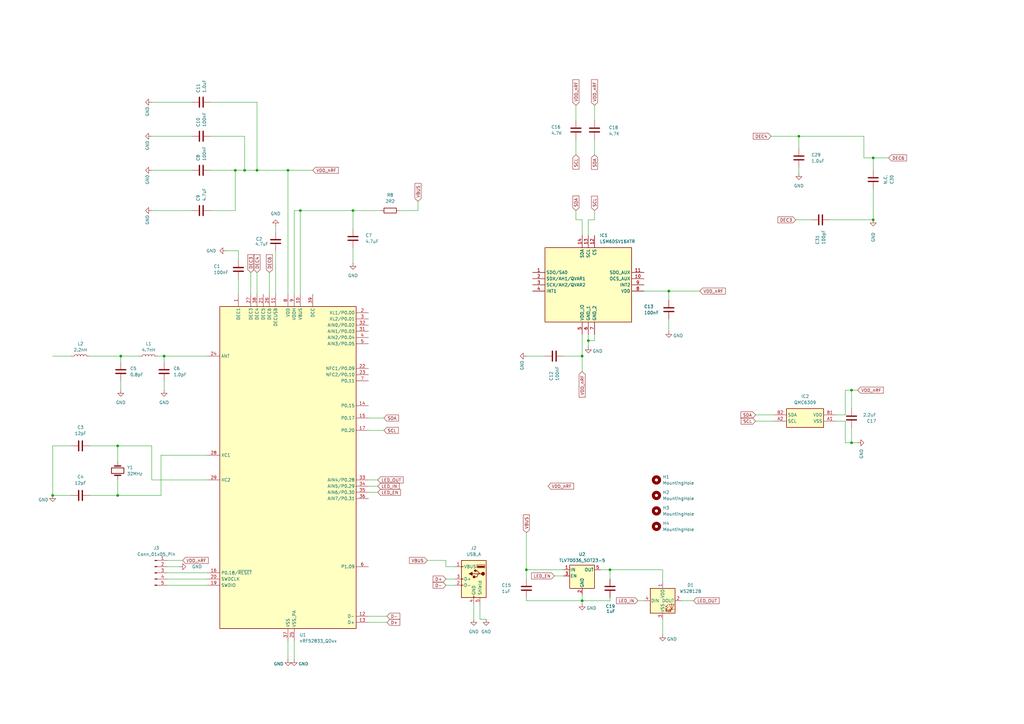
<source format=kicad_sch>
(kicad_sch (version 20250114) (generator "eeschema") (generator_version "9.0")
  (paper "A3")
  (title_block (title "Locus") (date "2026-01-08") (rev "EV1") (company "Primis"))
  (lib_symbols
    (symbol "Connector:Conn_01x05_Pin" (pin_names (offset 1.016) (hide yes))
      (property "Reference" "J" (at 0 7.62 0))
      (property "Value" "Conn_01x05_Pin" (at 0 -7.62 0))
      (symbol "Conn_01x05_Pin_1_1"
        (rectangle (start 0.8636 5.207) (end 0 4.953) (stroke (width 0.1524)) (fill (type outline)))
        (rectangle (start 0.8636 2.667) (end 0 2.413) (stroke (width 0.1524)) (fill (type outline)))
        (rectangle (start 0.8636 0.127) (end 0 -0.127) (stroke (width 0.1524)) (fill (type outline)))
        (rectangle (start 0.8636 -2.413) (end 0 -2.667) (stroke (width 0.1524)) (fill (type outline)))
        (rectangle (start 0.8636 -4.953) (end 0 -5.207) (stroke (width 0.1524)) (fill (type outline)))
        (polyline (pts (xy 1.27 5.08) (xy 0.8636 5.08)) (stroke (width 0.1524)))
        (polyline (pts (xy 1.27 2.54) (xy 0.8636 2.54)) (stroke (width 0.1524)))
        (polyline (pts (xy 1.27 0) (xy 0.8636 0)) (stroke (width 0.1524)))
        (polyline (pts (xy 1.27 -2.54) (xy 0.8636 -2.54)) (stroke (width 0.1524)))
        (polyline (pts (xy 1.27 -5.08) (xy 0.8636 -5.08)) (stroke (width 0.1524)))
        (pin passive line (at 5.08 5.08 180) (length 3.81) (name "Pin_1") (number "1"))
        (pin passive line (at 5.08 2.54 180) (length 3.81) (name "Pin_2") (number "2"))
        (pin passive line (at 5.08 0 180) (length 3.81) (name "Pin_3") (number "3"))
        (pin passive line (at 5.08 -2.54 180) (length 3.81) (name "Pin_4") (number "4"))
        (pin passive line (at 5.08 -5.08 180) (length 3.81) (name "Pin_5") (number "5"))
      )
    )
    (symbol "Connector:USB_A" (pin_names (offset 1.016))
      (property "Reference" "J" (at -5.08 11.43 0))
      (property "Value" "USB_A" (at -5.08 8.89 0))
      (symbol "USB_A_0_1"
        (rectangle (start -5.08 -7.62) (end 5.08 7.62) (stroke (width 0.254)) (fill (type background)))
        (circle (center -3.81 2.159) (radius 0.635) (stroke (width 0.254)) (fill (type outline)))
        (polyline (pts (xy -3.175 2.159) (xy -2.54 2.159) (xy -1.27 3.429) (xy -0.635 3.429)) (stroke (width 0.254)))
        (polyline (pts (xy -2.54 2.159) (xy -1.905 2.159) (xy -1.27 0.889) (xy 0 0.889)) (stroke (width 0.254)))
        (rectangle (start -1.524 4.826) (end -4.318 5.334) (fill (type outline)))
        (rectangle (start -1.27 4.572) (end -4.572 5.842))
        (circle (center -0.635 3.429) (radius 0.381) (stroke (width 0.254)) (fill (type outline)))
        (rectangle (start -0.127 -7.62) (end 0.127 -6.858))
        (rectangle (start 0.254 1.27) (end -0.508 0.508) (stroke (width 0.254)) (fill (type outline)))
        (polyline (pts (xy 0.635 2.794) (xy 0.635 1.524) (xy 1.905 2.159) (xy 0.635 2.794)) (stroke (width 0.254)) (fill (type outline)))
        (rectangle (start 5.08 4.953) (end 4.318 5.207))
        (rectangle (start 5.08 -0.127) (end 4.318 0.127))
        (rectangle (start 5.08 -2.667) (end 4.318 -2.413))
      )
      (symbol "USB_A_1_1"
        (polyline (pts (xy -1.905 2.159) (xy 0.635 2.159)) (stroke (width 0.254)))
        (pin passive line (at -2.54 -10.16 90) (length 2.54) (name "Shield") (number "5"))
        (pin power_in line (at 0 -10.16 90) (length 2.54) (name "GND") (number "4"))
        (pin power_in line (at 7.62 5.08 180) (length 2.54) (name "VBUS") (number "1"))
        (pin bidirectional line (at 7.62 0 180) (length 2.54) (name "D+") (number "3"))
        (pin bidirectional line (at 7.62 -2.54 180) (length 2.54) (name "D-") (number "2"))
      )
    )
    (symbol "Device:C" (pin_numbers (hide yes)) (pin_names (offset 0.254))
      (property "Reference" "C" (at 0.635 2.54 0))
      (property "Value" "C" (at 0.635 -2.54 0))
      (symbol "C_0_1"
        (polyline (pts (xy -2.032 0.762) (xy 2.032 0.762)) (stroke (width 0.508)))
        (polyline (pts (xy -2.032 -0.762) (xy 2.032 -0.762)) (stroke (width 0.508)))
      )
      (symbol "C_1_1"
        (pin passive line (at 0 3.81 270) (length 2.794) (name "~") (number "1"))
        (pin passive line (at 0 -3.81 90) (length 2.794) (name "~") (number "2"))
      )
    )
    (symbol "Device:Crystal" (pin_numbers (hide yes)) (pin_names (offset 1.016) (hide yes))
      (property "Reference" "Y" (at 0 3.81 0))
      (property "Value" "Crystal" (at 0 -3.81 0))
      (symbol "Crystal_0_1"
        (polyline (pts (xy -2.54 0) (xy -1.905 0)))
        (polyline (pts (xy -1.905 -1.27) (xy -1.905 1.27)) (stroke (width 0.508)))
        (rectangle (start -1.143 2.54) (end 1.143 -2.54) (stroke (width 0.3048)))
        (polyline (pts (xy 1.905 -1.27) (xy 1.905 1.27)) (stroke (width 0.508)))
        (polyline (pts (xy 2.54 0) (xy 1.905 0)))
      )
      (symbol "Crystal_1_1"
        (pin passive line (at -3.81 0 0) (length 1.27) (name "1") (number "1"))
        (pin passive line (at 3.81 0 180) (length 1.27) (name "2") (number "2"))
      )
    )
    (symbol "Device:L" (pin_numbers (hide yes)) (pin_names (offset 1.016) (hide yes))
      (property "Reference" "L" (at -1.27 0 90))
      (property "Value" "L" (at 1.905 0 90))
      (symbol "L_0_1"
        (arc (start 0 2.54) (mid 0.6323 1.905) (end 0 1.27))
        (arc (start 0 1.27) (mid 0.6323 0.635) (end 0 0))
        (arc (start 0 0) (mid 0.6323 -0.635) (end 0 -1.27))
        (arc (start 0 -1.27) (mid 0.6323 -1.905) (end 0 -2.54))
      )
      (symbol "L_1_1"
        (pin passive line (at 0 3.81 270) (length 1.27) (name "1") (number "1"))
        (pin passive line (at 0 -3.81 90) (length 1.27) (name "2") (number "2"))
      )
    )
    (symbol "Device:R" (pin_numbers (hide yes)) (pin_names (offset 0))
      (property "Reference" "R" (at 2.032 0 90))
      (property "Value" "R" (at 0 0 90))
      (symbol "R_0_1"
        (rectangle (start -1.016 -2.54) (end 1.016 2.54) (stroke (width 0.254)))
      )
      (symbol "R_1_1"
        (pin passive line (at 0 3.81 270) (length 1.27) (name "~") (number "1"))
        (pin passive line (at 0 -3.81 90) (length 1.27) (name "~") (number "2"))
      )
    )
    (symbol "LED:WS2812B" (pin_names (offset 0.254))
      (property "Reference" "D" (at 5.08 5.715 0))
      (property "Value" "WS2812B" (at 1.27 -5.715 0))
      (symbol "WS2812B_0_0"
        (text "RGB" (at 2.286 -4.191 0) (effects (font (size 0.762 0.762))))
      )
      (symbol "WS2812B_0_1"
        (polyline (pts (xy 1.27 -2.54) (xy 1.778 -2.54)))
        (polyline (pts (xy 1.27 -3.556) (xy 1.778 -3.556)))
        (polyline (pts (xy 2.286 -1.524) (xy 1.27 -2.54) (xy 1.27 -2.032)))
        (polyline (pts (xy 2.286 -2.54) (xy 1.27 -3.556) (xy 1.27 -3.048)))
        (polyline (pts (xy 3.683 -1.016) (xy 3.683 -3.556) (xy 3.683 -4.064)))
        (polyline (pts (xy 4.699 -1.524) (xy 2.667 -1.524) (xy 3.683 -3.556) (xy 4.699 -1.524)))
        (polyline (pts (xy 4.699 -3.556) (xy 2.667 -3.556)))
        (rectangle (start 5.08 5.08) (end -5.08 -5.08) (stroke (width 0.254)) (fill (type background)))
      )
      (symbol "WS2812B_1_1"
        (pin input line (at -7.62 0 0) (length 2.54) (name "DIN") (number "4"))
        (pin power_in line (at 0 7.62 270) (length 2.54) (name "VDD") (number "1"))
        (pin power_in line (at 0 -7.62 90) (length 2.54) (name "VSS") (number "3"))
        (pin output line (at 7.62 0 180) (length 2.54) (name "DOUT") (number "2"))
      )
    )
    (symbol "LSM6DSV16XTR:LSM6DSV16XTR"
      (property "Reference" "IC" (at 41.91 15.24 0))
      (property "Value" "LSM6DSV16XTR" (at 41.91 12.7 0))
      (symbol "LSM6DSV16XTR_1_1"
        (rectangle (start 5.08 10.16) (end 40.64 -20.32) (stroke (width 0.254)) (fill (type background)))
        (pin passive line (at 0 0 0) (length 5.08) (name "SDO/SA0") (number "1"))
        (pin passive line (at 0 -2.54 0) (length 5.08) (name "SDX/AH1/QVAR1") (number "2"))
        (pin passive line (at 0 -5.08 0) (length 5.08) (name "SCX/AH2/QVAR2") (number "3"))
        (pin passive line (at 0 -7.62 0) (length 5.08) (name "INT1") (number "4"))
        (pin passive line (at 20.32 15.24 270) (length 5.08) (name "SDA") (number "14"))
        (pin passive line (at 20.32 -25.4 90) (length 5.08) (name "VDD_IO") (number "5"))
        (pin passive line (at 22.86 15.24 270) (length 5.08) (name "SCL") (number "13"))
        (pin passive line (at 22.86 -25.4 90) (length 5.08) (name "GND_1") (number "6"))
        (pin passive line (at 25.4 15.24 270) (length 5.08) (name "CS") (number "12"))
        (pin passive line (at 25.4 -25.4 90) (length 5.08) (name "GND_2") (number "7"))
        (pin passive line (at 45.72 0 180) (length 5.08) (name "SDO_AUX") (number "11"))
        (pin passive line (at 45.72 -2.54 180) (length 5.08) (name "OCS_AUX") (number "10"))
        (pin passive line (at 45.72 -5.08 180) (length 5.08) (name "INT2") (number "9"))
        (pin passive line (at 45.72 -7.62 180) (length 5.08) (name "VDD") (number "8"))
      )
    )
    (symbol "MCU_Nordic:nRF52833_QDxx"
      (property "Reference" "U" (at 0 5.08 0))
      (property "Value" "nRF52833_QDxx" (at 0 2.54 0))
      (symbol "nRF52833_QDxx_0_1"
        (rectangle (start -27.94 66.04) (end 27.94 -66.04) (stroke (width 0.254)) (fill (type background)))
      )
      (symbol "nRF52833_QDxx_1_1"
        (pin passive line (at -33.02 45.72 0) (length 5.08) (name "ANT") (number "24"))
        (pin input line (at -33.02 5.08 0) (length 5.08) (name "XC1") (number "28"))
        (pin input line (at -33.02 -5.08 0) (length 5.08) (name "XC2") (number "29"))
        (pin bidirectional line (at -33.02 -43.18 0) (length 5.08) (name "P0.18/~{RESET}") (number "16"))
        (pin input line (at -33.02 -45.72 0) (length 5.08) (name "SWDCLK") (number "20"))
        (pin bidirectional line (at -33.02 -48.26 0) (length 5.08) (name "SWDIO") (number "19"))
        (pin passive line (at -20.32 71.12 270) (length 5.08) (name "DEC1") (number "1"))
        (pin passive line (at -15.24 71.12 270) (length 5.08) (name "DEC3") (number "27"))
        (pin passive line (at -12.7 71.12 270) (length 5.08) (name "DEC4") (number "38"))
        (pin passive line (at -10.16 71.12 270) (length 5.08) (name "DEC5") (number "21"))
        (pin passive line (at -7.62 71.12 270) (length 5.08) (name "DEC6") (number "26"))
        (pin passive line (at -5.08 71.12 270) (length 5.08) (name "DECUSB") (number "11"))
        (pin passive line (at 0 71.12 270) (length 5.08) (hide yes) (name "VDD") (number "18"))
        (pin passive line (at 0 71.12 270) (length 5.08) (hide yes) (name "VDD") (number "30"))
        (pin passive line (at 0 71.12 270) (length 5.08) (hide yes) (name "VDD") (number "40"))
        (pin power_in line (at 0 71.12 270) (length 5.08) (name "VDD") (number "8"))
        (pin power_in line (at 0 -71.12 90) (length 5.08) (name "VSS") (number "37"))
        (pin passive line (at 0 -71.12 90) (length 5.08) (hide yes) (name "VSS") (number "41"))
        (pin power_in line (at 2.54 71.12 270) (length 5.08) (name "VDDH") (number "9"))
        (pin power_in line (at 2.54 -71.12 90) (length 5.08) (name "VSS_PA") (number "25"))
        (pin power_in line (at 5.08 71.12 270) (length 5.08) (name "VBUS") (number "10"))
        (pin power_out line (at 10.16 71.12 270) (length 5.08) (name "DCC") (number "39"))
        (pin bidirectional line (at 33.02 63.5 180) (length 5.08) (name "XL1/P0.00") (number "2"))
        (pin bidirectional line (at 33.02 60.96 180) (length 5.08) (name "XL2/P0.01") (number "3"))
        (pin bidirectional line (at 33.02 58.42 180) (length 5.08) (name "AIN0/P0.02") (number "32"))
        (pin bidirectional line (at 33.02 55.88 180) (length 5.08) (name "AIN1/P0.03") (number "31"))
        (pin bidirectional line (at 33.02 53.34 180) (length 5.08) (name "AIN2/P0.04") (number "4"))
        (pin bidirectional line (at 33.02 50.8 180) (length 5.08) (name "AIN3/P0.05") (number "5"))
        (pin bidirectional line (at 33.02 40.64 180) (length 5.08) (name "NFC1/P0.09") (number "22"))
        (pin bidirectional line (at 33.02 38.1 180) (length 5.08) (name "NFC2/P0.10") (number "23"))
        (pin bidirectional line (at 33.02 35.56 180) (length 5.08) (name "P0.11") (number "7"))
        (pin bidirectional line (at 33.02 25.4 180) (length 5.08) (name "P0.15") (number "14"))
        (pin bidirectional line (at 33.02 20.32 180) (length 5.08) (name "P0.17") (number "15"))
        (pin bidirectional line (at 33.02 15.24 180) (length 5.08) (name "P0.20") (number "17"))
        (pin bidirectional line (at 33.02 -5.08 180) (length 5.08) (name "AIN4/P0.28") (number "33"))
        (pin bidirectional line (at 33.02 -7.62 180) (length 5.08) (name "AIN5/P0.29") (number "34"))
        (pin bidirectional line (at 33.02 -10.16 180) (length 5.08) (name "AIN6/P0.30") (number "35"))
        (pin bidirectional line (at 33.02 -12.7 180) (length 5.08) (name "AIN7/P0.31") (number "36"))
        (pin bidirectional line (at 33.02 -40.64 180) (length 5.08) (name "P1.09") (number "6"))
        (pin bidirectional line (at 33.02 -60.96 180) (length 5.08) (name "D-") (number "12"))
        (pin bidirectional line (at 33.02 -63.5 180) (length 5.08) (name "D+") (number "13"))
      )
    )
    (symbol "Mechanical:MountingHole" (pin_names (offset 1.016)) (in_bom no)
      (property "Reference" "H" (at 0 5.08 0))
      (property "Value" "MountingHole" (at 0 3.175 0))
      (symbol "MountingHole_0_1"
        (circle (center 0 0) (radius 1.27) (stroke (width 1.27)))
      )
    )
    (symbol "QMC6309:QMC6309"
      (property "Reference" "IC" (at 21.59 7.62 0))
      (property "Value" "QMC6309" (at 21.59 5.08 0))
      (symbol "QMC6309_1_1"
        (rectangle (start 5.08 2.54) (end 20.32 -5.08) (stroke (width 0.254)) (fill (type background)))
        (pin passive line (at 0 0 0) (length 5.08) (name "SDA") (number "B2"))
        (pin passive line (at 0 -2.54 0) (length 5.08) (name "SCL") (number "A2"))
        (pin passive line (at 25.4 0 180) (length 5.08) (name "VDD") (number "B1"))
        (pin passive line (at 25.4 -2.54 180) (length 5.08) (name "VSS") (number "A1"))
      )
    )
    (symbol "Regulator_Linear:TLV70036_SOT23-5" (pin_names (offset 0.254))
      (property "Reference" "U" (at -3.81 5.715 0))
      (property "Value" "TLV70036_SOT23-5" (at 0 5.715 0))
      (symbol "TLV70036_SOT23-5_0_1"
        (rectangle (start -5.08 4.445) (end 5.08 -5.08) (stroke (width 0.254)) (fill (type background)))
      )
      (symbol "TLV70036_SOT23-5_1_1"
        (pin power_in line (at -7.62 2.54 0) (length 2.54) (name "IN") (number "1"))
        (pin input line (at -7.62 0 0) (length 2.54) (name "EN") (number "3"))
        (pin power_in line (at 0 -7.62 90) (length 2.54) (name "GND") (number "2"))
        (pin no_connect line (at 5.08 0 180) (length 2.54) (hide yes) (name "NC") (number "4"))
        (pin power_out line (at 7.62 2.54 180) (length 2.54) (name "OUT") (number "5"))
      )
    )
    (symbol "power:GND" (power) (pin_numbers (hide yes)) (pin_names (offset 0) (hide yes))
      (property "Value" "GND" (at 0 -3.81 0))
      (symbol "GND_0_1"
        (polyline (pts (xy 0 0) (xy 0 -1.27) (xy 1.27 -1.27) (xy 0 -2.54) (xy -1.27 -1.27) (xy 0 -1.27)))
      )
      (symbol "GND_1_1"
        (pin power_in line (at 0 0 270) (length 0) (name "~") (number "1"))
      )
    )
  )
  (junction (at 118.11 69.85))
  (junction (at 96.52 69.85))
  (junction (at 358.14 90.17))
  (junction (at 349.25 160.02))
  (junction (at 100.33 69.85))
  (junction (at 238.76 246.38))
  (junction (at 250.19 233.68))
  (junction (at 144.78 86.36))
  (junction (at 48.26 182.88))
  (junction (at 215.9 233.68))
  (junction (at 123.19 86.36))
  (junction (at 49.53 146.05))
  (junction (at 21.59 203.2))
  (junction (at 327.66 55.88))
  (junction (at 67.31 146.05))
  (junction (at 274.32 119.38))
  (junction (at 48.26 203.2))
  (junction (at 358.14 64.77))
  (junction (at 238.76 146.05))
  (junction (at 241.3 139.7))
  (junction (at 349.25 181.61))
  (junction (at 105.41 69.85))
  (wire (pts (xy 342.9 172.72) (xy 346.71 172.72)))
  (wire (pts (xy 97.79 102.87) (xy 92.71 102.87)))
  (wire (pts (xy 271.78 233.68) (xy 250.19 233.68)))
  (wire (pts (xy 113.03 92.71) (xy 113.03 95.25)))
  (wire (pts (xy 97.79 114.3) (xy 97.79 120.65)))
  (wire (pts (xy 196.85 247.65) (xy 196.85 254)))
  (wire (pts (xy 243.84 139.7) (xy 241.3 139.7)))
  (wire (pts (xy 264.16 119.38) (xy 274.32 119.38)))
  (wire (pts (xy 151.13 196.85) (xy 154.94 196.85)))
  (wire (pts (xy 144.78 86.36) (xy 156.21 86.36)))
  (wire (pts (xy 194.31 247.65) (xy 194.31 254)))
  (wire (pts (xy 241.3 137.16) (xy 241.3 139.7)))
  (wire (pts (xy 62.23 86.36) (xy 78.74 86.36)))
  (wire (pts (xy 62.23 69.85) (xy 78.74 69.85)))
  (wire (pts (xy 144.78 86.36) (xy 144.78 93.98)))
  (wire (pts (xy 105.41 41.91) (xy 86.36 41.91)))
  (wire (pts (xy 48.26 196.85) (xy 48.26 203.2)))
  (wire (pts (xy 105.41 111.76) (xy 105.41 120.65)))
  (wire (pts (xy 100.33 55.88) (xy 86.36 55.88)))
  (wire (pts (xy 327.66 55.88) (xy 327.66 60.96)))
  (wire (pts (xy 354.33 55.88) (xy 354.33 64.77)))
  (wire (pts (xy 171.45 86.36) (xy 171.45 82.55)))
  (wire (pts (xy 243.84 57.15) (xy 243.84 63.5)))
  (wire (pts (xy 243.84 137.16) (xy 243.84 139.7)))
  (wire (pts (xy 346.71 172.72) (xy 346.71 181.61)))
  (wire (pts (xy 271.78 254) (xy 271.78 260.35)))
  (wire (pts (xy 105.41 69.85) (xy 118.11 69.85)))
  (wire (pts (xy 118.11 69.85) (xy 128.27 69.85)))
  (wire (pts (xy 358.14 64.77) (xy 364.49 64.77)))
  (wire (pts (xy 238.76 96.52) (xy 238.76 90.17)))
  (wire (pts (xy 227.33 236.22) (xy 231.14 236.22)))
  (wire (pts (xy 241.3 96.52) (xy 241.3 90.17)))
  (wire (pts (xy 96.52 69.85) (xy 96.52 86.36)))
  (wire (pts (xy 358.14 64.77) (xy 358.14 69.85)))
  (wire (pts (xy 48.26 182.88) (xy 36.83 182.88)))
  (wire (pts (xy 326.39 90.17) (xy 332.74 90.17)))
  (wire (pts (xy 120.65 120.65) (xy 120.65 86.36)))
  (wire (pts (xy 327.66 68.58) (xy 327.66 71.12)))
  (wire (pts (xy 327.66 55.88) (xy 354.33 55.88)))
  (wire (pts (xy 62.23 196.85) (xy 62.23 182.88)))
  (wire (pts (xy 144.78 101.6) (xy 144.78 107.95)))
  (wire (pts (xy 279.4 246.38) (xy 284.48 246.38)))
  (wire (pts (xy 151.13 255.27) (xy 158.75 255.27)))
  (wire (pts (xy 21.59 182.88) (xy 21.59 203.2)))
  (wire (pts (xy 215.9 218.44) (xy 215.9 233.68)))
  (wire (pts (xy 118.11 120.65) (xy 118.11 69.85)))
  (wire (pts (xy 243.84 90.17) (xy 243.84 86.36)))
  (wire (pts (xy 236.22 57.15) (xy 236.22 63.5)))
  (wire (pts (xy 231.14 233.68) (xy 215.9 233.68)))
  (wire (pts (xy 123.19 86.36) (xy 123.19 120.65)))
  (wire (pts (xy 62.23 41.91) (xy 78.74 41.91)))
  (wire (pts (xy 241.3 139.7) (xy 241.3 142.24)))
  (wire (pts (xy 86.36 69.85) (xy 96.52 69.85)))
  (wire (pts (xy 151.13 171.45) (xy 157.48 171.45)))
  (wire (pts (xy 85.09 186.69) (xy 66.04 186.69)))
  (wire (pts (xy 358.14 77.47) (xy 358.14 90.17)))
  (wire (pts (xy 182.88 232.41) (xy 182.88 229.87)))
  (wire (pts (xy 238.76 137.16) (xy 238.76 146.05)))
  (wire (pts (xy 250.19 233.68) (xy 250.19 237.49)))
  (wire (pts (xy 151.13 199.39) (xy 154.94 199.39)))
  (wire (pts (xy 151.13 252.73) (xy 158.75 252.73)))
  (wire (pts (xy 97.79 106.68) (xy 97.79 102.87)))
  (wire (pts (xy 346.71 170.18) (xy 346.71 160.02)))
  (wire (pts (xy 29.21 182.88) (xy 21.59 182.88)))
  (wire (pts (xy 182.88 229.87) (xy 175.26 229.87)))
  (wire (pts (xy 68.58 229.87) (xy 74.93 229.87)))
  (wire (pts (xy 163.83 86.36) (xy 171.45 86.36)))
  (wire (pts (xy 349.25 160.02) (xy 349.25 167.64)))
  (wire (pts (xy 238.76 90.17) (xy 236.22 90.17)))
  (wire (pts (xy 113.03 102.87) (xy 113.03 120.65)))
  (wire (pts (xy 349.25 160.02) (xy 351.79 160.02)))
  (wire (pts (xy 316.23 55.88) (xy 327.66 55.88)))
  (wire (pts (xy 151.13 201.93) (xy 154.94 201.93)))
  (wire (pts (xy 342.9 170.18) (xy 346.71 170.18)))
  (wire (pts (xy 110.49 111.76) (xy 110.49 120.65)))
  (wire (pts (xy 186.69 232.41) (xy 182.88 232.41)))
  (wire (pts (xy 36.83 146.05) (xy 49.53 146.05)))
  (wire (pts (xy 215.9 146.05) (xy 223.52 146.05)))
  (wire (pts (xy 215.9 233.68) (xy 215.9 237.49)))
  (wire (pts (xy 349.25 175.26) (xy 349.25 181.61)))
  (wire (pts (xy 215.9 246.38) (xy 215.9 245.11)))
  (wire (pts (xy 48.26 203.2) (xy 36.83 203.2)))
  (wire (pts (xy 261.62 246.38) (xy 264.16 246.38)))
  (wire (pts (xy 68.58 237.49) (xy 85.09 237.49)))
  (wire (pts (xy 68.58 234.95) (xy 85.09 234.95)))
  (wire (pts (xy 349.25 181.61) (xy 351.79 181.61)))
  (wire (pts (xy 243.84 43.18) (xy 243.84 49.53)))
  (wire (pts (xy 238.76 246.38) (xy 238.76 247.65)))
  (wire (pts (xy 271.78 238.76) (xy 271.78 233.68)))
  (wire (pts (xy 105.41 69.85) (xy 105.41 41.91)))
  (wire (pts (xy 96.52 86.36) (xy 86.36 86.36)))
  (wire (pts (xy 62.23 55.88) (xy 78.74 55.88)))
  (wire (pts (xy 66.04 186.69) (xy 66.04 203.2)))
  (wire (pts (xy 274.32 119.38) (xy 287.02 119.38)))
  (wire (pts (xy 67.31 146.05) (xy 85.09 146.05)))
  (wire (pts (xy 62.23 182.88) (xy 48.26 182.88)))
  (wire (pts (xy 48.26 182.88) (xy 48.26 189.23)))
  (wire (pts (xy 102.87 111.76) (xy 102.87 120.65)))
  (wire (pts (xy 21.59 203.2) (xy 29.21 203.2)))
  (wire (pts (xy 346.71 181.61) (xy 349.25 181.61)))
  (wire (pts (xy 49.53 146.05) (xy 49.53 148.59)))
  (wire (pts (xy 100.33 69.85) (xy 100.33 55.88)))
  (wire (pts (xy 236.22 43.18) (xy 236.22 49.53)))
  (wire (pts (xy 309.88 172.72) (xy 317.5 172.72)))
  (wire (pts (xy 182.88 240.03) (xy 186.69 240.03)))
  (wire (pts (xy 100.33 69.85) (xy 105.41 69.85)))
  (wire (pts (xy 241.3 90.17) (xy 243.84 90.17)))
  (wire (pts (xy 49.53 156.21) (xy 49.53 160.02)))
  (wire (pts (xy 21.59 146.05) (xy 29.21 146.05)))
  (wire (pts (xy 196.85 254) (xy 199.39 254)))
  (wire (pts (xy 238.76 146.05) (xy 238.76 152.4)))
  (wire (pts (xy 236.22 90.17) (xy 236.22 86.36)))
  (wire (pts (xy 68.58 240.03) (xy 85.09 240.03)))
  (wire (pts (xy 123.19 86.36) (xy 144.78 86.36)))
  (wire (pts (xy 67.31 156.21) (xy 67.31 160.02)))
  (wire (pts (xy 118.11 262.89) (xy 118.11 270.51)))
  (wire (pts (xy 250.19 233.68) (xy 246.38 233.68)))
  (wire (pts (xy 238.76 246.38) (xy 250.19 246.38)))
  (wire (pts (xy 151.13 176.53) (xy 157.48 176.53)))
  (wire (pts (xy 67.31 146.05) (xy 67.31 148.59)))
  (wire (pts (xy 231.14 146.05) (xy 238.76 146.05)))
  (wire (pts (xy 346.71 160.02) (xy 349.25 160.02)))
  (wire (pts (xy 64.77 146.05) (xy 67.31 146.05)))
  (wire (pts (xy 250.19 245.11) (xy 250.19 246.38)))
  (wire (pts (xy 238.76 246.38) (xy 215.9 246.38)))
  (wire (pts (xy 85.09 196.85) (xy 62.23 196.85)))
  (wire (pts (xy 66.04 203.2) (xy 48.26 203.2)))
  (wire (pts (xy 120.65 262.89) (xy 120.65 270.51)))
  (wire (pts (xy 274.32 130.81) (xy 274.32 135.89)))
  (wire (pts (xy 340.36 90.17) (xy 358.14 90.17)))
  (wire (pts (xy 354.33 64.77) (xy 358.14 64.77)))
  (wire (pts (xy 96.52 69.85) (xy 100.33 69.85)))
  (wire (pts (xy 49.53 146.05) (xy 57.15 146.05)))
  (wire (pts (xy 274.32 119.38) (xy 274.32 123.19)))
  (wire (pts (xy 120.65 86.36) (xy 123.19 86.36)))
  (wire (pts (xy 182.88 237.49) (xy 186.69 237.49)))
  (wire (pts (xy 238.76 243.84) (xy 238.76 246.38)))
  (wire (pts (xy 309.88 170.18) (xy 317.5 170.18)))
  (wire (pts (xy 68.58 232.41) (xy 73.66 232.41)))
  (global_label "DEC3" (shape input) (at 326.39 90.17 180) (property "Intersheetrefs" "${INTERSHEET_REFS}" (effects (hide yes))))
  (global_label "VDD_nRF" (shape input) (at 74.93 229.87 0) (property "Intersheetrefs" "${INTERSHEET_REFS}" (effects (hide yes))))
  (global_label "DEC4" (shape input) (at 316.23 55.88 180) (property "Intersheetrefs" "${INTERSHEET_REFS}" (effects (hide yes))))
  (global_label "SDA" (shape input) (at 157.48 171.45 0) (property "Intersheetrefs" "${INTERSHEET_REFS}" (effects (hide yes))))
  (global_label "VDD_nRF" (shape input) (at 238.76 152.4 270) (property "Intersheetrefs" "${INTERSHEET_REFS}" (effects (hide yes))))
  (global_label "LED_IN" (shape input) (at 154.94 199.39 0) (property "Intersheetrefs" "${INTERSHEET_REFS}" (effects (hide yes))))
  (global_label "D-" (shape input) (at 182.88 240.03 180) (property "Intersheetrefs" "${INTERSHEET_REFS}" (effects (hide yes))))
  (global_label "LED_OUT" (shape input) (at 284.48 246.38 0) (property "Intersheetrefs" "${INTERSHEET_REFS}" (effects (hide yes))))
  (global_label "VDD_nRF" (shape input) (at 224.79 199.39 0) (property "Intersheetrefs" "${INTERSHEET_REFS}" (effects (hide yes))))
  (global_label "SCL" (shape input) (at 243.84 86.36 90) (property "Intersheetrefs" "${INTERSHEET_REFS}" (effects (hide yes))))
  (global_label "LED_IN" (shape input) (at 261.62 246.38 180) (property "Intersheetrefs" "${INTERSHEET_REFS}" (effects (hide yes))))
  (global_label "SCL" (shape input) (at 236.22 63.5 270) (property "Intersheetrefs" "${INTERSHEET_REFS}" (effects (hide yes))))
  (global_label "VBUS" (shape input) (at 175.26 229.87 180) (property "Intersheetrefs" "${INTERSHEET_REFS}" (effects (hide yes))))
  (global_label "VDD_nRF" (shape input) (at 128.27 69.85 0) (property "Intersheetrefs" "${INTERSHEET_REFS}" (effects (hide yes))))
  (global_label "DEC3" (shape input) (at 102.87 111.76 90) (property "Intersheetrefs" "${INTERSHEET_REFS}" (effects (hide yes))))
  (global_label "LED_EN" (shape input) (at 227.33 236.22 180) (property "Intersheetrefs" "${INTERSHEET_REFS}" (effects (hide yes))))
  (global_label "D+" (shape input) (at 158.75 255.27 0) (property "Intersheetrefs" "${INTERSHEET_REFS}" (effects (hide yes))))
  (global_label "VDD_nRF" (shape input) (at 236.22 43.18 90) (property "Intersheetrefs" "${INTERSHEET_REFS}" (effects (hide yes))))
  (global_label "DEC4" (shape input) (at 105.41 111.76 90) (property "Intersheetrefs" "${INTERSHEET_REFS}" (effects (hide yes))))
  (global_label "VDD_nRF" (shape input) (at 351.79 160.02 0) (property "Intersheetrefs" "${INTERSHEET_REFS}" (effects (hide yes))))
  (global_label "VBUS" (shape input) (at 171.45 82.55 90) (property "Intersheetrefs" "${INTERSHEET_REFS}" (effects (hide yes))))
  (global_label "LED_OUT" (shape input) (at 154.94 196.85 0) (property "Intersheetrefs" "${INTERSHEET_REFS}" (effects (hide yes))))
  (global_label "VBUS" (shape input) (at 215.9 218.44 90) (property "Intersheetrefs" "${INTERSHEET_REFS}" (effects (hide yes))))
  (global_label "SCL" (shape input) (at 157.48 176.53 0) (property "Intersheetrefs" "${INTERSHEET_REFS}" (effects (hide yes))))
  (global_label "SDA" (shape input) (at 243.84 63.5 270) (property "Intersheetrefs" "${INTERSHEET_REFS}" (effects (hide yes))))
  (global_label "LED_EN" (shape input) (at 154.94 201.93 0) (property "Intersheetrefs" "${INTERSHEET_REFS}" (effects (hide yes))))
  (global_label "DEC6" (shape input) (at 110.49 111.76 90) (property "Intersheetrefs" "${INTERSHEET_REFS}" (effects (hide yes))))
  (global_label "SCL" (shape input) (at 309.88 172.72 180) (property "Intersheetrefs" "${INTERSHEET_REFS}" (effects (hide yes))))
  (global_label "D-" (shape input) (at 158.75 252.73 0) (property "Intersheetrefs" "${INTERSHEET_REFS}" (effects (hide yes))))
  (global_label "DEC6" (shape input) (at 364.49 64.77 0) (property "Intersheetrefs" "${INTERSHEET_REFS}" (effects (hide yes))))
  (global_label "VDD_nRF" (shape input) (at 287.02 119.38 0) (property "Intersheetrefs" "${INTERSHEET_REFS}" (effects (hide yes))))
  (global_label "D+" (shape input) (at 182.88 237.49 180) (property "Intersheetrefs" "${INTERSHEET_REFS}" (effects (hide yes))))
  (global_label "SDA" (shape input) (at 236.22 86.36 90) (property "Intersheetrefs" "${INTERSHEET_REFS}" (effects (hide yes))))
  (global_label "SDA" (shape input) (at 309.88 170.18 180) (property "Intersheetrefs" "${INTERSHEET_REFS}" (effects (hide yes))))
  (global_label "VDD_nRF" (shape input) (at 243.84 43.18 90) (property "Intersheetrefs" "${INTERSHEET_REFS}" (effects (hide yes))))
  (symbol (lib_id "Device:C") (at 358.14 73.66 180) (unit 1)
    (property "Reference" "C30" (at 365.76 73.66 90))
    (property "Value" "N.C." (at 363.22 73.66 90))
    (property "Footprint" "Capacitor_SMD:C_0603_1608Metric" (effects (hide yes)))
    (property "Description" "Unpolarized capacitor" (effects (hide yes)))
  )
  (symbol (lib_id "Device:C") (at 82.55 86.36 270) (unit 1)
    (property "Reference" "C9" (at 81.2799 82.55 0) (effects (justify right)))
    (property "Value" "4.7uF" (at 83.8199 82.55 0) (effects (justify right)))
    (property "Footprint" "Capacitor_SMD:C_0805_2012Metric" (effects (hide yes)))
    (property "Description" "Unpolarized capacitor" (effects (hide yes)))
  )
  (symbol (lib_id "power:GND") (at 120.65 270.51 0) (unit 1)
    (property "Reference" "#PWR02" (effects (hide yes)))
    (property "Value" "GND" (at 124.46 272.288 0))
    (property "Description" "Power symbol creates a global label with name \"GND\" , ground" (effects (hide yes)))
  )
  (symbol (lib_id "Mechanical:MountingHole") (at 269.24 215.9 0) (unit 1) (in_bom no)
    (property "Reference" "H4" (at 271.78 214.6299 0) (effects (justify left)))
    (property "Value" "MountingHole" (at 271.78 217.1699 0) (effects (justify left)))
    (property "Footprint" "MountingHole:MountingHole_2.2mm_M2" (effects (hide yes)))
    (property "Description" "Mounting Hole without connection" (effects (hide yes)))
  )
  (symbol (lib_id "power:GND") (at 194.31 254 0) (unit 1)
    (property "Reference" "#PWR024" (effects (hide yes)))
    (property "Value" "GND" (at 194.31 259.08 0))
    (property "Description" "Power symbol creates a global label with name \"GND\" , ground" (effects (hide yes)))
  )
  (symbol (lib_id "Device:C") (at 144.78 97.79 0) (unit 1)
    (property "Reference" "C7" (at 149.86 96.5199 0) (effects (justify left)))
    (property "Value" "4.7uF" (at 149.86 99.0599 0) (effects (justify left)))
    (property "Footprint" "Capacitor_SMD:C_0805_2012Metric" (effects (hide yes)))
    (property "Description" "Unpolarized capacitor" (effects (hide yes)))
  )
  (symbol (lib_id "power:GND") (at 274.32 135.89 0) (unit 1)
    (property "Reference" "#PWR016" (effects (hide yes)))
    (property "Value" "GND" (at 278.13 137.668 0))
    (property "Description" "Power symbol creates a global label with name \"GND\" , ground" (effects (hide yes)))
  )
  (symbol (lib_id "power:GND") (at 327.66 71.12 0) (unit 1)
    (property "Reference" "#PWR034" (effects (hide yes)))
    (property "Value" "GND" (at 327.66 76.2 0))
    (property "Description" "Power symbol creates a global label with name \"GND\" , ground" (effects (hide yes)))
  )
  (symbol (lib_id "Device:C") (at 82.55 55.88 90) (unit 1)
    (property "Reference" "C10" (at 81.2799 52.07 0) (effects (justify left)))
    (property "Value" "100nF" (at 83.8199 52.07 0) (effects (justify left)))
    (property "Footprint" "Capacitor_SMD:C_0603_1608Metric" (effects (hide yes)))
    (property "Description" "Unpolarized capacitor" (effects (hide yes)))
  )
  (symbol (lib_id "Device:C") (at 97.79 110.49 0) (unit 1)
    (property "Reference" "C1" (at 87.63 109.22 0) (effects (justify left)))
    (property "Value" "100nF" (at 87.63 111.76 0) (effects (justify left)))
    (property "Footprint" "Capacitor_SMD:C_0603_1608Metric" (effects (hide yes)))
    (property "Description" "Unpolarized capacitor" (effects (hide yes)))
  )
  (symbol (lib_id "power:GND") (at 358.14 90.17 0) (unit 1)
    (property "Reference" "#PWR035" (effects (hide yes)))
    (property "Value" "GND" (at 358.1401 95.25 90) (effects (justify right)))
    (property "Description" "Power symbol creates a global label with name \"GND\" , ground" (effects (hide yes)))
  )
  (symbol (lib_id "Regulator_Linear:TLV70036_SOT23-5") (at 238.76 236.22 0) (unit 1)
    (property "Reference" "U2" (at 238.76 227.33 0))
    (property "Value" "TLV70036_SOT23-5" (at 238.76 229.87 0))
    (property "Footprint" "Package_TO_SOT_SMD:SOT-23-5" (effects (hide yes)))
    (property "Datasheet" "http://www.ti.com/lit/ds/symlink/tlv700.pdf" (effects (hide yes)))
    (property "Description" "200mA Low Dropout Voltage Regulator, Fixed Output 3.6V, SOT-23-5" (effects (hide yes)))
  )
  (symbol (lib_id "power:GND") (at 199.39 254 0) (unit 1)
    (property "Reference" "#PWR025" (effects (hide yes)))
    (property "Value" "GND" (at 199.39 259.08 0))
    (property "Description" "Power symbol creates a global label with name \"GND\" , ground" (effects (hide yes)))
  )
  (symbol (lib_id "Connector:USB_A") (at 194.31 237.49 0) (mirror y) (unit 1)
    (property "Reference" "J2" (at 194.31 224.79 0))
    (property "Value" "USB_A" (at 194.31 227.33 0))
    (property "Footprint" "Connector_USB:USB_A_CNCTech_1001-011-01101_Horizontal" (effects (hide yes)))
    (property "Description" "USB Type A connector" (effects (hide yes)))
  )
  (symbol (lib_id "Mechanical:MountingHole") (at 269.24 203.2 0) (unit 1) (in_bom no)
    (property "Reference" "H2" (at 271.78 201.9299 0) (effects (justify left)))
    (property "Value" "MountingHole" (at 271.78 204.4699 0) (effects (justify left)))
    (property "Footprint" "MountingHole:MountingHole_2.2mm_M2" (effects (hide yes)))
    (property "Description" "Mounting Hole without connection" (effects (hide yes)))
  )
  (symbol (lib_id "Device:C") (at 227.33 146.05 90) (unit 1)
    (property "Reference" "C12" (at 226.06 156.21 0) (effects (justify left)))
    (property "Value" "100nF" (at 228.6 156.21 0) (effects (justify left)))
    (property "Footprint" "Capacitor_SMD:C_0603_1608Metric" (effects (hide yes)))
    (property "Description" "Unpolarized capacitor" (effects (hide yes)))
  )
  (symbol (lib_id "power:GND") (at 271.78 260.35 0) (unit 1)
    (property "Reference" "#PWR019" (effects (hide yes)))
    (property "Value" "GND" (at 275.59 262.128 0))
    (property "Description" "Power symbol creates a global label with name \"GND\" , ground" (effects (hide yes)))
  )
  (symbol (lib_id "Mechanical:MountingHole") (at 269.24 209.55 0) (unit 1) (in_bom no)
    (property "Reference" "H3" (at 271.78 208.2799 0) (effects (justify left)))
    (property "Value" "MountingHole" (at 271.78 210.8199 0) (effects (justify left)))
    (property "Footprint" "MountingHole:MountingHole_2.2mm_M2" (effects (hide yes)))
    (property "Description" "Mounting Hole without connection" (effects (hide yes)))
  )
  (symbol (lib_id "power:GND") (at 62.23 86.36 270) (unit 1)
    (property "Reference" "#PWR011" (effects (hide yes)))
    (property "Value" "GND" (at 60.452 90.17 0))
    (property "Description" "Power symbol creates a global label with name \"GND\" , ground" (effects (hide yes)))
  )
  (symbol (lib_id "Device:C") (at 243.84 53.34 0) (unit 1)
    (property "Reference" "C18" (at 249.682 52.324 0) (effects (justify left)))
    (property "Value" "4.7K" (at 249.682 54.864 0) (effects (justify left)))
    (property "Footprint" "Capacitor_SMD:C_0603_1608Metric" (effects (hide yes)))
    (property "Description" "Unpolarized capacitor" (effects (hide yes)))
  )
  (symbol (lib_id "Device:C") (at 327.66 64.77 0) (unit 1)
    (property "Reference" "C29" (at 332.74 63.4999 0) (effects (justify left)))
    (property "Value" "1.0uF" (at 332.74 66.0399 0) (effects (justify left)))
    (property "Footprint" "Capacitor_SMD:C_0805_2012Metric" (effects (hide yes)))
    (property "Description" "Unpolarized capacitor" (effects (hide yes)))
  )
  (symbol (lib_id "Device:C") (at 336.55 90.17 90) (unit 1)
    (property "Reference" "C31" (at 335.28 100.33 0) (effects (justify left)))
    (property "Value" "100pF" (at 337.82 100.33 0) (effects (justify left)))
    (property "Footprint" "Capacitor_SMD:C_0805_2012Metric" (effects (hide yes)))
    (property "Description" "Unpolarized capacitor" (effects (hide yes)))
  )
  (symbol (lib_id "power:GND") (at 351.79 181.61 90) (unit 1)
    (property "Reference" "#PWR018" (effects (hide yes)))
    (property "Value" "GND" (at 353.314 186.182 0))
    (property "Description" "Power symbol creates a global label with name \"GND\" , ground" (effects (hide yes)))
  )
  (symbol (lib_id "Device:L") (at 33.02 146.05 90) (unit 1)
    (property "Reference" "L2" (at 33.02 140.97 90))
    (property "Value" "2.2nH" (at 33.02 143.51 90))
    (property "Footprint" "Inductor_SMD:L_0603_1608Metric" (effects (hide yes)))
    (property "Description" "Inductor" (effects (hide yes)))
  )
  (symbol (lib_id "QMC6309:QMC6309") (at 317.5 170.18 0) (unit 1)
    (property "Reference" "IC2" (at 330.2 162.56 0))
    (property "Value" "QMC6309" (at 330.2 165.1 0))
    (property "Footprint" "QMC6309" (effects (hide yes)))
    (property "Datasheet" "https://jlcpcb.com/api/file/downloadByFileSystemAccessId/8590234963875966976" (effects (hide yes)))
    (property "Description" "I2C WLCSP-4(0.8x0.8) Linear, Compass (ICs) ROHS" (effects (hide yes)))
    (property "Height" "0.58" (effects (hide yes)))
    (property "Manufacturer_Name" "QST" (effects (hide yes)))
    (property "Manufacturer_Part_Number" "QMC6309" (effects (hide yes)))
  )
  (symbol (lib_id "Device:C") (at 236.22 53.34 0) (unit 1)
    (property "Reference" "C16" (at 226.06 52.07 0) (effects (justify left)))
    (property "Value" "4.7K" (at 226.06 54.61 0) (effects (justify left)))
    (property "Footprint" "Capacitor_SMD:C_0603_1608Metric" (effects (hide yes)))
    (property "Description" "Unpolarized capacitor" (effects (hide yes)))
  )
  (symbol (lib_id "power:GND") (at 62.23 69.85 270) (unit 1)
    (property "Reference" "#PWR010" (effects (hide yes)))
    (property "Value" "GND" (at 60.452 73.66 0))
    (property "Description" "Power symbol creates a global label with name \"GND\" , ground" (effects (hide yes)))
  )
  (symbol (lib_id "power:GND") (at 62.23 55.88 270) (unit 1)
    (property "Reference" "#PWR012" (effects (hide yes)))
    (property "Value" "GND" (at 60.452 59.69 0))
    (property "Description" "Power symbol creates a global label with name \"GND\" , ground" (effects (hide yes)))
  )
  (symbol (lib_id "Device:C") (at 113.03 99.06 180) (unit 1)
    (property "Reference" "C2" (at 104.902 98.044 0) (effects (justify right)))
    (property "Value" "4.7uF" (at 104.648 100.076 0) (effects (justify right)))
    (property "Footprint" "Capacitor_SMD:C_0805_2012Metric" (effects (hide yes)))
    (property "Description" "Unpolarized capacitor" (effects (hide yes)))
  )
  (symbol (lib_id "MCU_Nordic:nRF52833_QDxx") (at 118.11 191.77 0) (unit 1)
    (property "Reference" "U1" (at 122.7933 260.35 0) (effects (justify left)))
    (property "Value" "nRF52833_QDxx" (at 122.7933 262.89 0) (effects (justify left)))
    (property "Footprint" "Package_DFN_QFN:QFN-40-1EP_5x5mm_P0.4mm_EP3.6x3.6mm" (effects (hide yes)))
    (property "Datasheet" "https://infocenter.nordicsemi.com/pdf/nRF52833_PS_v1.5.pdf" (effects (hide yes)))
    (property "Description" "Multiprotocol BLE/ANT/2.4 GHz/802.15.4 Cortex-M4F SoC, QFN-40" (effects (hide yes)))
  )
  (symbol (lib_id "power:GND") (at 49.53 160.02 0) (unit 1)
    (property "Reference" "#PWR07" (effects (hide yes)))
    (property "Value" "GND" (at 49.53 165.1 0))
    (property "Description" "Power symbol creates a global label with name \"GND\" , ground" (effects (hide yes)))
  )
  (symbol (lib_id "Device:C") (at 250.19 241.3 0) (unit 1)
    (property "Reference" "C19" (at 248.412 248.666 0) (effects (justify left)))
    (property "Value" "1uF" (at 248.666 250.698 0) (effects (justify left)))
    (property "Footprint" "Capacitor_SMD:C_0603_1608Metric" (effects (hide yes)))
    (property "Description" "Unpolarized capacitor" (effects (hide yes)))
  )
  (symbol (lib_id "Connector:Conn_01x05_Pin") (at 63.5 234.95 0) (unit 1)
    (property "Reference" "J3" (at 64.135 224.79 0))
    (property "Value" "Conn_01x05_Pin" (at 64.135 227.33 0))
    (property "Footprint" "Connector_PinHeader_1.00mm:PinHeader_1x05_P1.00mm_Vertical" (effects (hide yes)))
    (property "Description" "Generic connector, single row, 01x05, script generated" (effects (hide yes)))
  )
  (symbol (lib_id "Device:Crystal") (at 48.26 193.04 90) (unit 1)
    (property "Reference" "Y1" (at 52.07 191.7699 90) (effects (justify right)))
    (property "Value" "32MHz" (at 52.07 194.3099 90) (effects (justify right)))
    (property "Footprint" "Crystal:Crystal_SMD_5032-2Pin_5.0x3.2mm" (effects (hide yes)))
    (property "Description" "Two pin crystal" (effects (hide yes)))
  )
  (symbol (lib_id "power:GND") (at 67.31 160.02 0) (unit 1)
    (property "Reference" "#PWR08" (effects (hide yes)))
    (property "Value" "GND" (at 67.31 165.1 0))
    (property "Description" "Power symbol creates a global label with name \"GND\" , ground" (effects (hide yes)))
  )
  (symbol (lib_id "LED:WS2812B") (at 271.78 246.38 0) (unit 1)
    (property "Reference" "D1" (at 283.21 239.9598 0))
    (property "Value" "WS2812B" (at 283.21 242.4998 0))
    (property "Footprint" "LED_SMD:LED_WS2812B_PLCC4_5.0x5.0mm_P3.2mm" (effects (hide yes)))
    (property "Datasheet" "https://cdn-shop.adafruit.com/datasheets/WS2812B.pdf" (effects (hide yes)))
    (property "Description" "RGB LED with integrated controller" (effects (hide yes)))
  )
  (symbol (lib_id "Device:C") (at 349.25 171.45 180) (unit 1)
    (property "Reference" "C17" (at 359.41 172.72 0) (effects (justify left)))
    (property "Value" "2.2uF" (at 359.41 170.18 0) (effects (justify left)))
    (property "Footprint" "Capacitor_SMD:C_0603_1608Metric" (effects (hide yes)))
    (property "Description" "Unpolarized capacitor" (effects (hide yes)))
  )
  (symbol (lib_id "power:GND") (at 21.59 203.2 0) (mirror y) (unit 1)
    (property "Reference" "#PWR06" (effects (hide yes)))
    (property "Value" "GND" (at 17.78 204.978 0))
    (property "Description" "Power symbol creates a global label with name \"GND\" , ground" (effects (hide yes)))
  )
  (symbol (lib_id "power:GND") (at 241.3 142.24 0) (unit 1)
    (property "Reference" "#PWR014" (effects (hide yes)))
    (property "Value" "GND" (at 245.11 144.018 0))
    (property "Description" "Power symbol creates a global label with name \"GND\" , ground" (effects (hide yes)))
  )
  (symbol (lib_id "Device:C") (at 274.32 127 0) (unit 1)
    (property "Reference" "C13" (at 264.16 125.73 0) (effects (justify left)))
    (property "Value" "100nF" (at 264.16 128.27 0) (effects (justify left)))
    (property "Footprint" "Capacitor_SMD:C_0603_1608Metric" (effects (hide yes)))
    (property "Description" "Unpolarized capacitor" (effects (hide yes)))
  )
  (symbol (lib_id "Device:C") (at 49.53 152.4 180) (unit 1)
    (property "Reference" "C5" (at 53.34 151.1299 0) (effects (justify right)))
    (property "Value" "0.8pF" (at 53.34 153.6699 0) (effects (justify right)))
    (property "Footprint" "Capacitor_SMD:C_0603_1608Metric" (effects (hide yes)))
    (property "Description" "Unpolarized capacitor" (effects (hide yes)))
  )
  (symbol (lib_id "Device:C") (at 33.02 182.88 90) (mirror x) (unit 1)
    (property "Reference" "C3" (at 33.02 175.26 90))
    (property "Value" "12pF" (at 33.02 177.8 90))
    (property "Footprint" "Capacitor_SMD:C_0805_2012Metric" (effects (hide yes)))
    (property "Description" "Unpolarized capacitor" (effects (hide yes)))
  )
  (symbol (lib_id "power:GND") (at 118.11 270.51 0) (unit 1)
    (property "Reference" "#PWR01" (effects (hide yes)))
    (property "Value" "GND" (at 114.3 272.288 0))
    (property "Description" "Power symbol creates a global label with name \"GND\" , ground" (effects (hide yes)))
  )
  (symbol (lib_id "LSM6DSV16XTR:LSM6DSV16XTR") (at 218.44 111.76 0) (unit 1)
    (property "Reference" "IC1" (at 245.9833 96.52 0) (effects (justify left)))
    (property "Value" "LSM6DSV16XTR" (at 245.9833 99.06 0) (effects (justify left)))
    (property "Footprint" "LSM6DSV16BXTR" (effects (hide yes)))
    (property "Datasheet" "https://www.st.com/resource/en/datasheet/lsm6dsv16x.pdf" (effects (hide yes)))
    (property "Description" "iNEMO 3D accelerometer and 3D gyroscope: always-on inertial module with embedded machine learning core and Qvar electrostatic sensor" (effects (hide yes)))
    (property "Manufacturer_Name" "STMicroelectronics" (effects (hide yes)))
    (property "Manufacturer_Part_Number" "LSM6DSV16XTR" (effects (hide yes)))
    (property "Mouser Part Number" "511-LSM6DSV16XTR" (effects (hide yes)))
    (property "Mouser Price/Stock" "https://www.mouser.co.uk/ProductDetail/STMicroelectronics/LSM6DSV16XTR?qs=MyNHzdoqoQLCWe%2FE3pkKcA%3D%3D" (effects (hide yes)))
    (property "Arrow Part Number" "LSM6DSV16XTR" (effects (hide yes)))
    (property "Arrow Price/Stock" "https://www.arrow.com/en/products/lsm6dsv16xtr/stmicroelectronics?utm_currency=USD&region=nac" (effects (hide yes)))
  )
  (symbol (lib_id "Device:C") (at 33.02 203.2 90) (mirror x) (unit 1)
    (property "Reference" "C4" (at 33.02 195.58 90))
    (property "Value" "12pF" (at 33.02 198.12 90))
    (property "Footprint" "Capacitor_SMD:C_0805_2012Metric" (effects (hide yes)))
    (property "Description" "Unpolarized capacitor" (effects (hide yes)))
  )
  (symbol (lib_id "power:GND") (at 144.78 107.95 0) (unit 1)
    (property "Reference" "#PWR09" (effects (hide yes)))
    (property "Value" "GND" (at 144.78 113.03 0))
    (property "Description" "Power symbol creates a global label with name \"GND\" , ground" (effects (hide yes)))
  )
  (symbol (lib_id "Mechanical:MountingHole") (at 269.24 196.85 0) (unit 1) (in_bom no)
    (property "Reference" "H1" (at 271.78 195.5799 0) (effects (justify left)))
    (property "Value" "MountingHole" (at 271.78 198.1199 0) (effects (justify left)))
    (property "Footprint" "MountingHole:MountingHole_2.2mm_M2" (effects (hide yes)))
    (property "Description" "Mounting Hole without connection" (effects (hide yes)))
  )
  (symbol (lib_id "power:GND") (at 62.23 41.91 270) (unit 1)
    (property "Reference" "#PWR013" (effects (hide yes)))
    (property "Value" "GND" (at 60.452 45.72 0))
    (property "Description" "Power symbol creates a global label with name \"GND\" , ground" (effects (hide yes)))
  )
  (symbol (lib_id "power:GND") (at 113.03 92.71 180) (unit 1)
    (property "Reference" "#PWR05" (effects (hide yes)))
    (property "Value" "GND" (at 113.03 87.63 0))
    (property "Description" "Power symbol creates a global label with name \"GND\" , ground" (effects (hide yes)))
  )
  (symbol (lib_id "Device:L") (at 60.96 146.05 90) (unit 1)
    (property "Reference" "L1" (at 60.96 140.97 90))
    (property "Value" "4.7nH" (at 60.96 143.51 90))
    (property "Footprint" "Inductor_SMD:L_0603_1608Metric" (effects (hide yes)))
    (property "Description" "Inductor" (effects (hide yes)))
  )
  (symbol (lib_id "Device:C") (at 82.55 41.91 270) (unit 1)
    (property "Reference" "C11" (at 81.2799 38.1 0) (effects (justify right)))
    (property "Value" "1.0uF" (at 83.8199 38.1 0) (effects (justify right)))
    (property "Footprint" "Capacitor_SMD:C_0805_2012Metric" (effects (hide yes)))
    (property "Description" "Unpolarized capacitor" (effects (hide yes)))
  )
  (symbol (lib_id "power:GND") (at 73.66 232.41 90) (unit 1)
    (property "Reference" "#PWR03" (effects (hide yes)))
    (property "Value" "GND" (at 78.74 232.4099 90) (effects (justify right)))
    (property "Description" "Power symbol creates a global label with name \"GND\" , ground" (effects (hide yes)))
  )
  (symbol (lib_id "Device:C") (at 215.9 241.3 0) (unit 1)
    (property "Reference" "C15" (at 205.74 240.03 0) (effects (justify left)))
    (property "Value" "1uF" (at 205.74 242.57 0) (effects (justify left)))
    (property "Footprint" "Capacitor_SMD:C_0603_1608Metric" (effects (hide yes)))
    (property "Description" "Unpolarized capacitor" (effects (hide yes)))
  )
  (symbol (lib_id "Device:R") (at 160.02 86.36 90) (unit 1)
    (property "Reference" "R8" (at 160.02 80.01 90))
    (property "Value" "2R2" (at 160.02 82.55 90))
    (property "Footprint" "Resistor_SMD:R_0805_2012Metric" (effects (hide yes)))
    (property "Description" "Resistor" (effects (hide yes)))
  )
  (symbol (lib_id "power:GND") (at 238.76 247.65 0) (unit 1)
    (property "Reference" "#PWR020" (effects (hide yes)))
    (property "Value" "GND" (at 242.57 249.428 0))
    (property "Description" "Power symbol creates a global label with name \"GND\" , ground" (effects (hide yes)))
  )
  (symbol (lib_id "power:GND") (at 215.9 146.05 270) (unit 1)
    (property "Reference" "#PWR015" (effects (hide yes)))
    (property "Value" "GND" (at 214.122 149.86 0))
    (property "Description" "Power symbol creates a global label with name \"GND\" , ground" (effects (hide yes)))
  )
  (symbol (lib_id "Device:C") (at 67.31 152.4 180) (unit 1)
    (property "Reference" "C6" (at 71.12 151.1299 0) (effects (justify right)))
    (property "Value" "1.0pF" (at 71.12 153.6699 0) (effects (justify right)))
    (property "Footprint" "Capacitor_SMD:C_0603_1608Metric" (effects (hide yes)))
    (property "Description" "Unpolarized capacitor" (effects (hide yes)))
  )
  (symbol (lib_id "power:GND") (at 92.71 102.87 270) (unit 1)
    (property "Reference" "#PWR04" (effects (hide yes)))
    (property "Value" "GND" (at 88.6931 102.8699 90) (effects (justify right)))
    (property "Description" "Power symbol creates a global label with name \"GND\" , ground" (effects (hide yes)))
  )
  (symbol (lib_id "Device:C") (at 82.55 69.85 90) (unit 1)
    (property "Reference" "C8" (at 81.2799 66.04 0) (effects (justify left)))
    (property "Value" "100nF" (at 83.8199 66.04 0) (effects (justify left)))
    (property "Footprint" "Capacitor_SMD:C_0603_1608Metric" (effects (hide yes)))
    (property "Description" "Unpolarized capacitor" (effects (hide yes)))
  )
)
</source>
